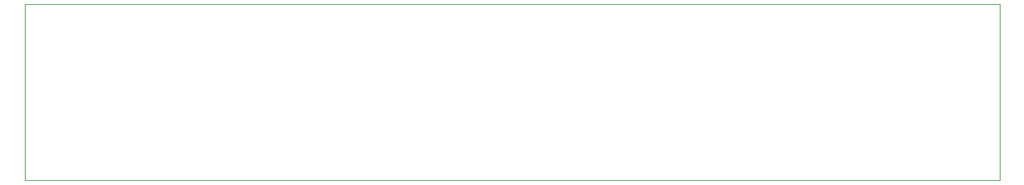
<source format=gko>
G04*
G04 #@! TF.GenerationSoftware,Altium Limited,Altium Designer,21.2.0 (30)*
G04*
G04 Layer_Color=16711935*
%FSLAX44Y44*%
%MOMM*%
G71*
G04*
G04 #@! TF.SameCoordinates,58CED176-2650-464E-8F7A-AB9BE6AF2035*
G04*
G04*
G04 #@! TF.FilePolarity,Positive*
G04*
G01*
G75*
%ADD94C,0.0500*%
D94*
X0Y216000D02*
X1194000D01*
Y0D02*
Y216000D01*
X0Y0D02*
Y216000D01*
Y0D02*
X1194000D01*
M02*

</source>
